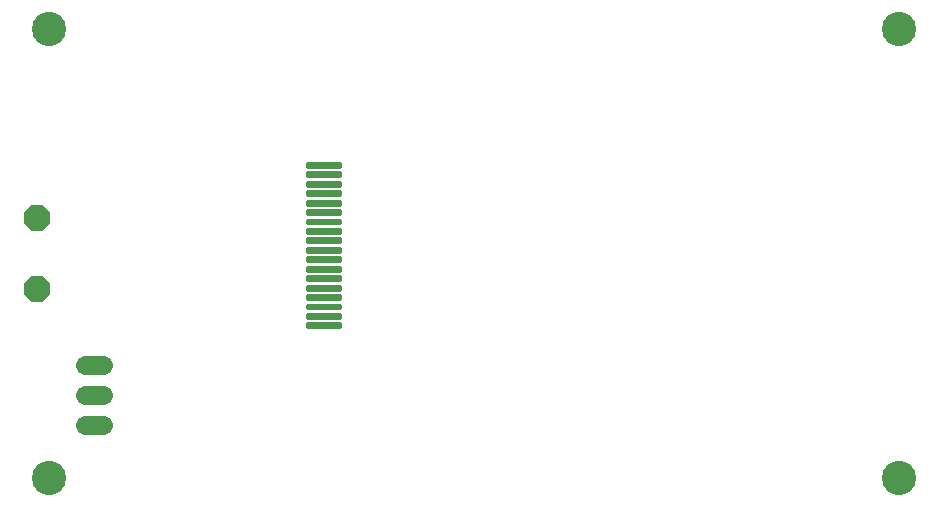
<source format=gbr>
G04 EAGLE Gerber RS-274X export*
G75*
%MOMM*%
%FSLAX34Y34*%
%LPD*%
%INSoldermask Bottom*%
%IPPOS*%
%AMOC8*
5,1,8,0,0,1.08239X$1,22.5*%
G01*
G04 Define Apertures*
%ADD10C,2.901600*%
%ADD11C,0.354000*%
%ADD12P,2.44685X8X112.5*%
%ADD13C,1.625600*%
D10*
X-360000Y190000D03*
X-360000Y-190000D03*
X360000Y190000D03*
X360000Y-190000D03*
D11*
X-113070Y-60170D02*
X-140530Y-60170D01*
X-113070Y-60170D02*
X-113070Y-62630D01*
X-140530Y-62630D01*
X-140530Y-60170D01*
X-140530Y-52170D02*
X-113070Y-52170D01*
X-113070Y-54630D01*
X-140530Y-54630D01*
X-140530Y-52170D01*
X-140530Y-44170D02*
X-113070Y-44170D01*
X-113070Y-46630D01*
X-140530Y-46630D01*
X-140530Y-44170D01*
X-140530Y-36170D02*
X-113070Y-36170D01*
X-113070Y-38630D01*
X-140530Y-38630D01*
X-140530Y-36170D01*
X-140530Y-28170D02*
X-113070Y-28170D01*
X-113070Y-30630D01*
X-140530Y-30630D01*
X-140530Y-28170D01*
X-140530Y-20170D02*
X-113070Y-20170D01*
X-113070Y-22630D01*
X-140530Y-22630D01*
X-140530Y-20170D01*
X-140530Y-12170D02*
X-113070Y-12170D01*
X-113070Y-14630D01*
X-140530Y-14630D01*
X-140530Y-12170D01*
X-140530Y-4170D02*
X-113070Y-4170D01*
X-113070Y-6630D01*
X-140530Y-6630D01*
X-140530Y-4170D01*
X-140530Y3830D02*
X-113070Y3830D01*
X-113070Y1370D01*
X-140530Y1370D01*
X-140530Y3830D01*
X-140530Y11830D02*
X-113070Y11830D01*
X-113070Y9370D01*
X-140530Y9370D01*
X-140530Y11830D01*
X-140530Y19830D02*
X-113070Y19830D01*
X-113070Y17370D01*
X-140530Y17370D01*
X-140530Y19830D01*
X-140530Y27830D02*
X-113070Y27830D01*
X-113070Y25370D01*
X-140530Y25370D01*
X-140530Y27830D01*
X-140530Y35830D02*
X-113070Y35830D01*
X-113070Y33370D01*
X-140530Y33370D01*
X-140530Y35830D01*
X-140530Y43830D02*
X-113070Y43830D01*
X-113070Y41370D01*
X-140530Y41370D01*
X-140530Y43830D01*
X-140530Y51830D02*
X-113070Y51830D01*
X-113070Y49370D01*
X-140530Y49370D01*
X-140530Y51830D01*
X-140530Y59830D02*
X-113070Y59830D01*
X-113070Y57370D01*
X-140530Y57370D01*
X-140530Y59830D01*
X-140530Y67830D02*
X-113070Y67830D01*
X-113070Y65370D01*
X-140530Y65370D01*
X-140530Y67830D01*
X-140530Y75830D02*
X-113070Y75830D01*
X-113070Y73370D01*
X-140530Y73370D01*
X-140530Y75830D01*
D12*
X-370000Y-30000D03*
X-370000Y30000D03*
D13*
X-329520Y-94600D02*
X-314280Y-94600D01*
X-314280Y-120000D02*
X-329520Y-120000D01*
X-329520Y-145400D02*
X-314280Y-145400D01*
M02*

</source>
